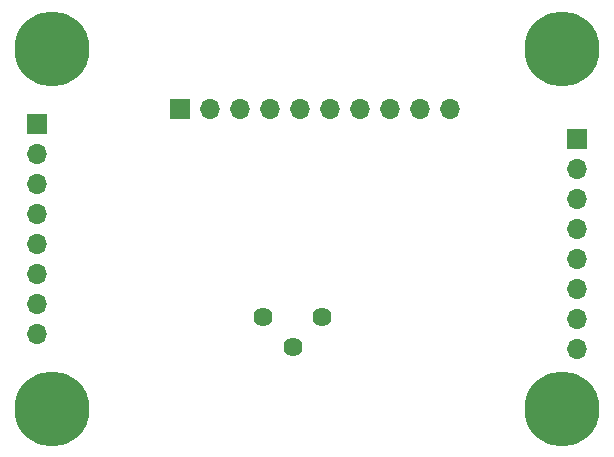
<source format=gbr>
%TF.GenerationSoftware,KiCad,Pcbnew,8.0.1-8.0.1-1~ubuntu22.04.1*%
%TF.CreationDate,2024-05-16T15:07:57-04:00*%
%TF.ProjectId,block-diagram-alex,626c6f63-6b2d-4646-9961-6772616d2d61,rev?*%
%TF.SameCoordinates,Original*%
%TF.FileFunction,Soldermask,Bot*%
%TF.FilePolarity,Negative*%
%FSLAX46Y46*%
G04 Gerber Fmt 4.6, Leading zero omitted, Abs format (unit mm)*
G04 Created by KiCad (PCBNEW 8.0.1-8.0.1-1~ubuntu22.04.1) date 2024-05-16 15:07:57*
%MOMM*%
%LPD*%
G01*
G04 APERTURE LIST*
%ADD10C,6.350000*%
%ADD11R,1.700000X1.700000*%
%ADD12O,1.700000X1.700000*%
%ADD13C,1.620000*%
G04 APERTURE END LIST*
D10*
%TO.C,H3*%
X123190000Y-105410000D03*
%TD*%
%TO.C,H2*%
X166370000Y-74930000D03*
%TD*%
%TO.C,H4*%
X166370000Y-105410000D03*
%TD*%
D11*
%TO.C,J3*%
X133985000Y-80010000D03*
D12*
X136525000Y-80010000D03*
X139065000Y-80010000D03*
X141605000Y-80010000D03*
X144145000Y-80010000D03*
X146685000Y-80010000D03*
X149225000Y-80010000D03*
X151765000Y-80010000D03*
X154305000Y-80010000D03*
X156845000Y-80010000D03*
%TD*%
D10*
%TO.C,H1*%
X123190000Y-74930000D03*
%TD*%
D13*
%TO.C,RV1*%
X146065000Y-97695000D03*
X143565000Y-100195000D03*
X141065000Y-97695000D03*
%TD*%
D11*
%TO.C,J2*%
X167640000Y-82550000D03*
D12*
X167640000Y-85090000D03*
X167640000Y-87630000D03*
X167640000Y-90170000D03*
X167640000Y-92710000D03*
X167640000Y-95250000D03*
X167640000Y-97790000D03*
X167640000Y-100330000D03*
%TD*%
D11*
%TO.C,J1*%
X121920000Y-81280000D03*
D12*
X121920000Y-83820000D03*
X121920000Y-86360000D03*
X121920000Y-88900000D03*
X121920000Y-91440000D03*
X121920000Y-93980000D03*
X121920000Y-96520000D03*
X121920000Y-99060000D03*
%TD*%
M02*

</source>
